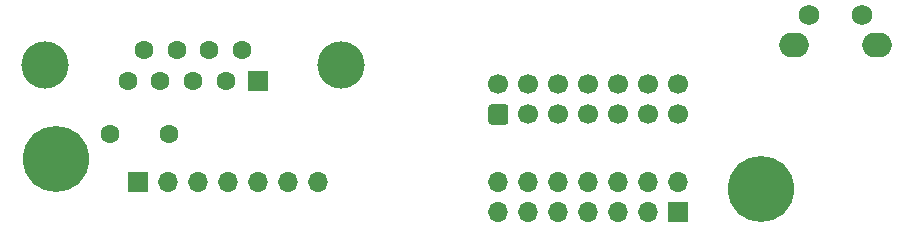
<source format=gbs>
%TF.GenerationSoftware,KiCad,Pcbnew,(5.1.12)-1*%
%TF.CreationDate,2023-01-17T22:16:04+01:00*%
%TF.ProjectId,Connectors,436f6e6e-6563-4746-9f72-732e6b696361,rev?*%
%TF.SameCoordinates,PX7065700PY5b33698*%
%TF.FileFunction,Soldermask,Bot*%
%TF.FilePolarity,Negative*%
%FSLAX46Y46*%
G04 Gerber Fmt 4.6, Leading zero omitted, Abs format (unit mm)*
G04 Created by KiCad (PCBNEW (5.1.12)-1) date 2023-01-17 22:16:04*
%MOMM*%
%LPD*%
G01*
G04 APERTURE LIST*
%ADD10O,2.500000X2.100000*%
%ADD11C,1.750000*%
%ADD12C,1.600000*%
%ADD13C,4.000000*%
%ADD14R,1.700000X1.700000*%
%ADD15C,1.700000*%
%ADD16O,1.700000X1.700000*%
%ADD17C,5.600000*%
G04 APERTURE END LIST*
D10*
%TO.C,SW1*%
X66822000Y16941000D03*
D11*
X68072000Y19431000D03*
X72572000Y19431000D03*
D10*
X73832000Y16941000D03*
%TD*%
D12*
%TO.C,C1*%
X13890000Y9398000D03*
X8890000Y9398000D03*
%TD*%
D13*
%TO.C,J15*%
X3429000Y15240000D03*
X28423000Y15240000D03*
D12*
X11768000Y16510000D03*
X14538000Y16510000D03*
X17308000Y16510000D03*
X20078000Y16510000D03*
X10383000Y13843000D03*
X13153000Y13843000D03*
X15923000Y13843000D03*
X18693000Y13843000D03*
D14*
X21463000Y13843000D03*
%TD*%
D15*
%TO.C,J16*%
X57023000Y13589000D03*
X54483000Y13589000D03*
X51943000Y13589000D03*
X49403000Y13589000D03*
X46863000Y13589000D03*
X44323000Y13589000D03*
X41783000Y13589000D03*
X57023000Y11049000D03*
X54483000Y11049000D03*
X51943000Y11049000D03*
X49403000Y11049000D03*
X46863000Y11049000D03*
X44323000Y11049000D03*
G36*
G01*
X42383000Y10199000D02*
X41183000Y10199000D01*
G75*
G02*
X40933000Y10449000I0J250000D01*
G01*
X40933000Y11649000D01*
G75*
G02*
X41183000Y11899000I250000J0D01*
G01*
X42383000Y11899000D01*
G75*
G02*
X42633000Y11649000I0J-250000D01*
G01*
X42633000Y10449000D01*
G75*
G02*
X42383000Y10199000I-250000J0D01*
G01*
G37*
%TD*%
D16*
%TO.C,J14*%
X26543000Y5334000D03*
X24003000Y5334000D03*
X21463000Y5334000D03*
X18923000Y5334000D03*
X16383000Y5334000D03*
X13843000Y5334000D03*
D14*
X11303000Y5334000D03*
%TD*%
D16*
%TO.C,J13*%
X41783000Y5334000D03*
X41783000Y2794000D03*
X44323000Y5334000D03*
X44323000Y2794000D03*
X46863000Y5334000D03*
X46863000Y2794000D03*
X49403000Y5334000D03*
X49403000Y2794000D03*
X51943000Y5334000D03*
X51943000Y2794000D03*
X54483000Y5334000D03*
X54483000Y2794000D03*
X57023000Y5334000D03*
D14*
X57023000Y2794000D03*
%TD*%
D17*
%TO.C,H2*%
X64008000Y4699000D03*
%TD*%
%TO.C,H1*%
X4318000Y7239000D03*
%TD*%
M02*

</source>
